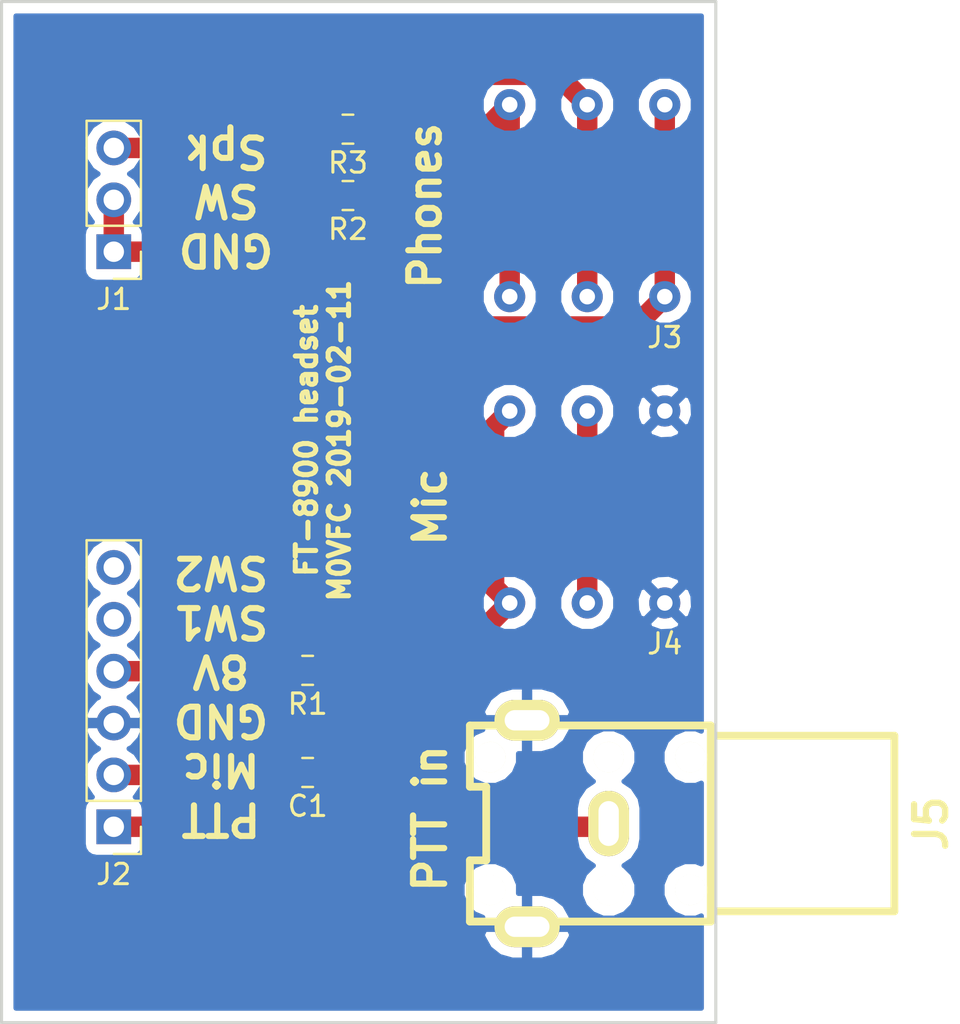
<source format=kicad_pcb>
(kicad_pcb (version 20171130) (host pcbnew "(5.0.1)-4")

  (general
    (thickness 1.6)
    (drawings 9)
    (tracks 35)
    (zones 0)
    (modules 9)
    (nets 11)
  )

  (page A4)
  (layers
    (0 F.Cu signal)
    (31 B.Cu signal)
    (32 B.Adhes user)
    (33 F.Adhes user)
    (34 B.Paste user)
    (35 F.Paste user)
    (36 B.SilkS user)
    (37 F.SilkS user)
    (38 B.Mask user)
    (39 F.Mask user)
    (40 Dwgs.User user)
    (41 Cmts.User user)
    (42 Eco1.User user)
    (43 Eco2.User user)
    (44 Edge.Cuts user)
    (45 Margin user)
    (46 B.CrtYd user)
    (47 F.CrtYd user)
    (48 B.Fab user)
    (49 F.Fab user)
  )

  (setup
    (last_trace_width 1)
    (user_trace_width 0.25)
    (user_trace_width 0.5)
    (user_trace_width 1)
    (user_trace_width 2)
    (trace_clearance 0.2)
    (zone_clearance 0.508)
    (zone_45_only no)
    (trace_min 0.2)
    (segment_width 0.2)
    (edge_width 0.15)
    (via_size 0.8)
    (via_drill 0.4)
    (via_min_size 0.4)
    (via_min_drill 0.3)
    (uvia_size 0.3)
    (uvia_drill 0.1)
    (uvias_allowed no)
    (uvia_min_size 0.2)
    (uvia_min_drill 0.1)
    (pcb_text_width 0.3)
    (pcb_text_size 1.5 1.5)
    (mod_edge_width 0.15)
    (mod_text_size 1 1)
    (mod_text_width 0.15)
    (pad_size 1.524 1.524)
    (pad_drill 0.762)
    (pad_to_mask_clearance 0.051)
    (solder_mask_min_width 0.25)
    (aux_axis_origin 0 0)
    (grid_origin 182.75 79)
    (visible_elements FFFFFF7F)
    (pcbplotparams
      (layerselection 0x010fc_ffffffff)
      (usegerberextensions false)
      (usegerberattributes false)
      (usegerberadvancedattributes false)
      (creategerberjobfile false)
      (excludeedgelayer true)
      (linewidth 0.100000)
      (plotframeref false)
      (viasonmask false)
      (mode 1)
      (useauxorigin false)
      (hpglpennumber 1)
      (hpglpenspeed 20)
      (hpglpendiameter 15.000000)
      (psnegative false)
      (psa4output false)
      (plotreference true)
      (plotvalue true)
      (plotinvisibletext false)
      (padsonsilk false)
      (subtractmaskfromsilk false)
      (outputformat 1)
      (mirror false)
      (drillshape 0)
      (scaleselection 1)
      (outputdirectory "plots/"))
  )

  (net 0 "")
  (net 1 "Net-(C1-Pad1)")
  (net 2 "Net-(C1-Pad2)")
  (net 3 "Net-(J1-Pad1)")
  (net 4 "Net-(J1-Pad3)")
  (net 5 "Net-(J2-Pad1)")
  (net 6 GND)
  (net 7 "Net-(J2-Pad4)")
  (net 8 "Net-(J3-PadT)")
  (net 9 "Net-(J3-PadR)")
  (net 10 "Net-(J4-PadR)")

  (net_class Default "This is the default net class."
    (clearance 0.2)
    (trace_width 0.25)
    (via_dia 0.8)
    (via_drill 0.4)
    (uvia_dia 0.3)
    (uvia_drill 0.1)
    (add_net GND)
    (add_net "Net-(C1-Pad1)")
    (add_net "Net-(C1-Pad2)")
    (add_net "Net-(J1-Pad1)")
    (add_net "Net-(J1-Pad3)")
    (add_net "Net-(J2-Pad1)")
    (add_net "Net-(J2-Pad4)")
    (add_net "Net-(J3-PadR)")
    (add_net "Net-(J3-PadT)")
    (add_net "Net-(J4-PadR)")
  )

  (module M0VFC:rca_red_PSG01545 (layer F.Cu) (tedit 5C61FF23) (tstamp 5C871A23)
    (at 177.5 119.5 90)
    (descr "RCA Audio connector, red, Pro Signal p/n PSG01545")
    (tags "rca, audio")
    (path /5C61F00F)
    (fp_text reference J5 (at 0 15.7988 90) (layer F.SilkS)
      (effects (font (size 1.524 1.524) (thickness 0.3048)))
    )
    (fp_text value "PTT in" (at 0.25 -8.75 90) (layer F.SilkS)
      (effects (font (size 1.524 1.524) (thickness 0.3048)))
    )
    (fp_line (start 4.8006 -6.79958) (end 4.8006 5.00126) (layer F.SilkS) (width 0.381))
    (fp_line (start -4.8006 4.99872) (end -4.8006 -6.80212) (layer F.SilkS) (width 0.381))
    (fp_line (start 4.8006 5.00126) (end -4.8006 5.00126) (layer F.SilkS) (width 0.381))
    (fp_line (start 1.80086 -6.79958) (end 4.8006 -6.79958) (layer F.SilkS) (width 0.381))
    (fp_line (start 1.80086 -5.99948) (end 1.80086 -6.79958) (layer F.SilkS) (width 0.381))
    (fp_line (start -1.80086 -5.99948) (end 1.80086 -5.99948) (layer F.SilkS) (width 0.381))
    (fp_line (start -1.80086 -6.79958) (end -1.80086 -5.99948) (layer F.SilkS) (width 0.381))
    (fp_line (start -4.8006 -6.79958) (end -1.80086 -6.79958) (layer F.SilkS) (width 0.381))
    (fp_line (start -5.40004 -3.0988) (end -5.40004 -4.89966) (layer F.SilkS) (width 0.381))
    (fp_line (start -4.8006 -3.0988) (end -5.40004 -3.0988) (layer F.SilkS) (width 0.381))
    (fp_line (start -5.40004 -4.89966) (end -4.8006 -4.89966) (layer F.SilkS) (width 0.381))
    (fp_line (start 5.40004 -3.0988) (end 4.8006 -3.0988) (layer F.SilkS) (width 0.381))
    (fp_line (start 5.40004 -4.89966) (end 5.40004 -3.0988) (layer F.SilkS) (width 0.381))
    (fp_line (start 4.8006 -4.89966) (end 5.40004 -4.89966) (layer F.SilkS) (width 0.381))
    (fp_line (start 4.30022 14.00048) (end 4.30022 5.00126) (layer F.SilkS) (width 0.381))
    (fp_line (start -4.30022 14.00048) (end 4.30022 14.00048) (layer F.SilkS) (width 0.381))
    (fp_line (start -4.30022 5.00126) (end -4.30022 14.00048) (layer F.SilkS) (width 0.381))
    (fp_circle (center 3.2512 0) (end 2.70002 -0.0508) (layer F.SilkS) (width 0.381))
    (fp_circle (center -3.2512 0) (end -3.79984 0) (layer F.SilkS) (width 0.381))
    (fp_circle (center -3.2512 4.0005) (end -3.79984 3.9497) (layer F.SilkS) (width 0.381))
    (fp_circle (center 3.2512 4.0005) (end 2.70002 4.04876) (layer F.SilkS) (width 0.381))
    (fp_circle (center 3.2512 -5.79882) (end 2.70002 -5.84962) (layer F.SilkS) (width 0.381))
    (fp_circle (center -3.2512 -5.79882) (end -3.79984 -5.79882) (layer F.SilkS) (width 0.381))
    (pad "" np_thru_hole circle (at -3.25 -5.8 90) (size 1.5 1.5) (drill 1.5) (layers *.Cu *.Mask))
    (pad "" np_thru_hole circle (at 3.25 -5.8 90) (size 1.5 1.5) (drill 1.5) (layers *.Cu *.Mask))
    (pad "" np_thru_hole circle (at 3.25 4 90) (size 1.5 1.5) (drill 1.5) (layers *.Cu *.Mask))
    (pad "" np_thru_hole circle (at 3.25 0 90) (size 1.5 1.5) (drill 1.5) (layers *.Cu *.Mask))
    (pad "" np_thru_hole circle (at -3.25 0 90) (size 1.5 1.5) (drill 1.5) (layers *.Cu *.Mask))
    (pad "" np_thru_hole circle (at -3.25 4 90) (size 1.5 1.5) (drill 1.5) (layers *.Cu *.Mask))
    (pad 2 thru_hole oval (at -5.0546 -3.99796 90) (size 1.99898 3.19786) (drill oval 0.99568 2.1971) (layers *.Cu *.Mask F.SilkS)
      (net 6 GND))
    (pad 1 thru_hole oval (at 0 0 90) (size 3.19786 1.99898) (drill oval 2.1971 0.99568) (layers *.Cu *.Mask F.SilkS)
      (net 5 "Net-(J2-Pad1)"))
    (pad 2 thru_hole oval (at 5.0546 -3.99796 90) (size 1.99898 3.19786) (drill oval 0.99568 2.1971) (layers *.Cu *.Mask F.SilkS)
      (net 6 GND))
    (model walter/conn_av/rca_red.wrl
      (at (xyz 0 0 0))
      (scale (xyz 1 1 1))
      (rotate (xyz 0 0 0))
    )
  )

  (module Capacitor_SMD:C_0805_2012Metric_Pad1.15x1.40mm_HandSolder (layer F.Cu) (tedit 5B36C52B) (tstamp 5C871F3B)
    (at 162.75 117 180)
    (descr "Capacitor SMD 0805 (2012 Metric), square (rectangular) end terminal, IPC_7351 nominal with elongated pad for handsoldering. (Body size source: https://docs.google.com/spreadsheets/d/1BsfQQcO9C6DZCsRaXUlFlo91Tg2WpOkGARC1WS5S8t0/edit?usp=sharing), generated with kicad-footprint-generator")
    (tags "capacitor handsolder")
    (path /5C6201E0)
    (attr smd)
    (fp_text reference C1 (at 0 -1.65 180) (layer F.SilkS)
      (effects (font (size 1 1) (thickness 0.15)))
    )
    (fp_text value 220nF (at 0 1.65 180) (layer F.Fab)
      (effects (font (size 1 1) (thickness 0.15)))
    )
    (fp_line (start -1 0.6) (end -1 -0.6) (layer F.Fab) (width 0.1))
    (fp_line (start -1 -0.6) (end 1 -0.6) (layer F.Fab) (width 0.1))
    (fp_line (start 1 -0.6) (end 1 0.6) (layer F.Fab) (width 0.1))
    (fp_line (start 1 0.6) (end -1 0.6) (layer F.Fab) (width 0.1))
    (fp_line (start -0.261252 -0.71) (end 0.261252 -0.71) (layer F.SilkS) (width 0.12))
    (fp_line (start -0.261252 0.71) (end 0.261252 0.71) (layer F.SilkS) (width 0.12))
    (fp_line (start -1.85 0.95) (end -1.85 -0.95) (layer F.CrtYd) (width 0.05))
    (fp_line (start -1.85 -0.95) (end 1.85 -0.95) (layer F.CrtYd) (width 0.05))
    (fp_line (start 1.85 -0.95) (end 1.85 0.95) (layer F.CrtYd) (width 0.05))
    (fp_line (start 1.85 0.95) (end -1.85 0.95) (layer F.CrtYd) (width 0.05))
    (fp_text user %R (at 0 0 180) (layer F.Fab)
      (effects (font (size 0.5 0.5) (thickness 0.08)))
    )
    (pad 1 smd roundrect (at -1.025 0 180) (size 1.15 1.4) (layers F.Cu F.Paste F.Mask) (roundrect_rratio 0.217391)
      (net 1 "Net-(C1-Pad1)"))
    (pad 2 smd roundrect (at 1.025 0 180) (size 1.15 1.4) (layers F.Cu F.Paste F.Mask) (roundrect_rratio 0.217391)
      (net 2 "Net-(C1-Pad2)"))
    (model ${KISYS3DMOD}/Capacitor_SMD.3dshapes/C_0805_2012Metric.wrl
      (at (xyz 0 0 0))
      (scale (xyz 1 1 1))
      (rotate (xyz 0 0 0))
    )
  )

  (module Connector_PinHeader_2.54mm:PinHeader_1x03_P2.54mm_Vertical (layer F.Cu) (tedit 59FED5CC) (tstamp 5C8719C9)
    (at 153.25 91.5 180)
    (descr "Through hole straight pin header, 1x03, 2.54mm pitch, single row")
    (tags "Through hole pin header THT 1x03 2.54mm single row")
    (path /5C61F1B5)
    (fp_text reference J1 (at 0 -2.33 180) (layer F.SilkS)
      (effects (font (size 1 1) (thickness 0.15)))
    )
    (fp_text value "Rig speaker" (at 0 7.41 180) (layer F.Fab)
      (effects (font (size 1 1) (thickness 0.15)))
    )
    (fp_line (start -0.635 -1.27) (end 1.27 -1.27) (layer F.Fab) (width 0.1))
    (fp_line (start 1.27 -1.27) (end 1.27 6.35) (layer F.Fab) (width 0.1))
    (fp_line (start 1.27 6.35) (end -1.27 6.35) (layer F.Fab) (width 0.1))
    (fp_line (start -1.27 6.35) (end -1.27 -0.635) (layer F.Fab) (width 0.1))
    (fp_line (start -1.27 -0.635) (end -0.635 -1.27) (layer F.Fab) (width 0.1))
    (fp_line (start -1.33 6.41) (end 1.33 6.41) (layer F.SilkS) (width 0.12))
    (fp_line (start -1.33 1.27) (end -1.33 6.41) (layer F.SilkS) (width 0.12))
    (fp_line (start 1.33 1.27) (end 1.33 6.41) (layer F.SilkS) (width 0.12))
    (fp_line (start -1.33 1.27) (end 1.33 1.27) (layer F.SilkS) (width 0.12))
    (fp_line (start -1.33 0) (end -1.33 -1.33) (layer F.SilkS) (width 0.12))
    (fp_line (start -1.33 -1.33) (end 0 -1.33) (layer F.SilkS) (width 0.12))
    (fp_line (start -1.8 -1.8) (end -1.8 6.85) (layer F.CrtYd) (width 0.05))
    (fp_line (start -1.8 6.85) (end 1.8 6.85) (layer F.CrtYd) (width 0.05))
    (fp_line (start 1.8 6.85) (end 1.8 -1.8) (layer F.CrtYd) (width 0.05))
    (fp_line (start 1.8 -1.8) (end -1.8 -1.8) (layer F.CrtYd) (width 0.05))
    (fp_text user %R (at 0 2.54 270) (layer F.Fab)
      (effects (font (size 1 1) (thickness 0.15)))
    )
    (pad 1 thru_hole rect (at 0 0 180) (size 1.7 1.7) (drill 1) (layers *.Cu *.Mask)
      (net 3 "Net-(J1-Pad1)"))
    (pad 2 thru_hole oval (at 0 2.54 180) (size 1.7 1.7) (drill 1) (layers *.Cu *.Mask)
      (net 3 "Net-(J1-Pad1)"))
    (pad 3 thru_hole oval (at 0 5.08 180) (size 1.7 1.7) (drill 1) (layers *.Cu *.Mask)
      (net 4 "Net-(J1-Pad3)"))
    (model ${KISYS3DMOD}/Connector_PinHeader_2.54mm.3dshapes/PinHeader_1x03_P2.54mm_Vertical.wrl
      (at (xyz 0 0 0))
      (scale (xyz 1 1 1))
      (rotate (xyz 0 0 0))
    )
  )

  (module Connector_PinHeader_2.54mm:PinHeader_1x06_P2.54mm_Vertical (layer F.Cu) (tedit 59FED5CC) (tstamp 5C8719E3)
    (at 153.25 119.66 180)
    (descr "Through hole straight pin header, 1x06, 2.54mm pitch, single row")
    (tags "Through hole pin header THT 1x06 2.54mm single row")
    (path /5C61ED69)
    (fp_text reference J2 (at 0 -2.33 180) (layer F.SilkS)
      (effects (font (size 1 1) (thickness 0.15)))
    )
    (fp_text value "Rig mic" (at 0 15.03 180) (layer F.Fab)
      (effects (font (size 1 1) (thickness 0.15)))
    )
    (fp_line (start -0.635 -1.27) (end 1.27 -1.27) (layer F.Fab) (width 0.1))
    (fp_line (start 1.27 -1.27) (end 1.27 13.97) (layer F.Fab) (width 0.1))
    (fp_line (start 1.27 13.97) (end -1.27 13.97) (layer F.Fab) (width 0.1))
    (fp_line (start -1.27 13.97) (end -1.27 -0.635) (layer F.Fab) (width 0.1))
    (fp_line (start -1.27 -0.635) (end -0.635 -1.27) (layer F.Fab) (width 0.1))
    (fp_line (start -1.33 14.03) (end 1.33 14.03) (layer F.SilkS) (width 0.12))
    (fp_line (start -1.33 1.27) (end -1.33 14.03) (layer F.SilkS) (width 0.12))
    (fp_line (start 1.33 1.27) (end 1.33 14.03) (layer F.SilkS) (width 0.12))
    (fp_line (start -1.33 1.27) (end 1.33 1.27) (layer F.SilkS) (width 0.12))
    (fp_line (start -1.33 0) (end -1.33 -1.33) (layer F.SilkS) (width 0.12))
    (fp_line (start -1.33 -1.33) (end 0 -1.33) (layer F.SilkS) (width 0.12))
    (fp_line (start -1.8 -1.8) (end -1.8 14.5) (layer F.CrtYd) (width 0.05))
    (fp_line (start -1.8 14.5) (end 1.8 14.5) (layer F.CrtYd) (width 0.05))
    (fp_line (start 1.8 14.5) (end 1.8 -1.8) (layer F.CrtYd) (width 0.05))
    (fp_line (start 1.8 -1.8) (end -1.8 -1.8) (layer F.CrtYd) (width 0.05))
    (fp_text user %R (at 0 6.35 270) (layer F.Fab)
      (effects (font (size 1 1) (thickness 0.15)))
    )
    (pad 1 thru_hole rect (at 0 0 180) (size 1.7 1.7) (drill 1) (layers *.Cu *.Mask)
      (net 5 "Net-(J2-Pad1)"))
    (pad 2 thru_hole oval (at 0 2.54 180) (size 1.7 1.7) (drill 1) (layers *.Cu *.Mask)
      (net 2 "Net-(C1-Pad2)"))
    (pad 3 thru_hole oval (at 0 5.08 180) (size 1.7 1.7) (drill 1) (layers *.Cu *.Mask)
      (net 6 GND))
    (pad 4 thru_hole oval (at 0 7.62 180) (size 1.7 1.7) (drill 1) (layers *.Cu *.Mask)
      (net 7 "Net-(J2-Pad4)"))
    (pad 5 thru_hole oval (at 0 10.16 180) (size 1.7 1.7) (drill 1) (layers *.Cu *.Mask))
    (pad 6 thru_hole oval (at 0 12.7 180) (size 1.7 1.7) (drill 1) (layers *.Cu *.Mask))
    (model ${KISYS3DMOD}/Connector_PinHeader_2.54mm.3dshapes/PinHeader_1x06_P2.54mm_Vertical.wrl
      (at (xyz 0 0 0))
      (scale (xyz 1 1 1))
      (rotate (xyz 0 0 0))
    )
  )

  (module M0VFC:Cliff_FCR1295_S9_BBB_3.5mm_Jack_Stereo (layer F.Cu) (tedit 5C019648) (tstamp 5C8719F4)
    (at 180.25 89 180)
    (path /5C61F0A5)
    (fp_text reference J3 (at 0 -6.7 180) (layer F.SilkS)
      (effects (font (size 1 1) (thickness 0.15)))
    )
    (fp_text value "Headphone out" (at 0 -7.7 180) (layer F.Fab)
      (effects (font (size 1 1) (thickness 0.15)))
    )
    (fp_line (start -3.9 -3.5) (end -2.4 -3.5) (layer F.CrtYd) (width 0.15))
    (fp_line (start -3.9 3.5) (end -3.9 -3.5) (layer F.CrtYd) (width 0.15))
    (fp_line (start -2.4 3.5) (end -3.9 3.5) (layer F.CrtYd) (width 0.15))
    (fp_line (start 10 5.4) (end -2.4 5.4) (layer F.CrtYd) (width 0.15))
    (fp_line (start 10 -5.4) (end 10 5.4) (layer F.CrtYd) (width 0.15))
    (fp_line (start -2.4 -5.4) (end 10 -5.4) (layer F.CrtYd) (width 0.15))
    (fp_line (start -2.4 5.4) (end -2.4 -5.4) (layer F.CrtYd) (width 0.15))
    (pad T thru_hole circle (at 7.6 4.7 180) (size 1.524 1.524) (drill 0.762) (layers *.Cu *.Mask)
      (net 8 "Net-(J3-PadT)"))
    (pad R thru_hole circle (at 3.8 4.7 180) (size 1.524 1.524) (drill 0.762) (layers *.Cu *.Mask)
      (net 9 "Net-(J3-PadR)"))
    (pad S thru_hole circle (at 0 4.7 180) (size 1.524 1.524) (drill 0.762) (layers *.Cu *.Mask)
      (net 3 "Net-(J1-Pad1)"))
    (pad TN thru_hole circle (at 7.6 -4.7 180) (size 1.524 1.524) (drill 0.762) (layers *.Cu *.Mask)
      (net 8 "Net-(J3-PadT)"))
    (pad RN thru_hole circle (at 3.8 -4.7 180) (size 1.524 1.524) (drill 0.762) (layers *.Cu *.Mask)
      (net 9 "Net-(J3-PadR)"))
    (pad SN thru_hole circle (at 0 -4.7 180) (size 1.524 1.524) (drill 0.762) (layers *.Cu *.Mask)
      (net 3 "Net-(J1-Pad1)"))
  )

  (module M0VFC:Cliff_FCR1295_S9_BBB_3.5mm_Jack_Stereo (layer F.Cu) (tedit 5C019648) (tstamp 5C871A05)
    (at 180.25 104 180)
    (path /5C61EEEA)
    (fp_text reference J4 (at 0 -6.7 180) (layer F.SilkS)
      (effects (font (size 1 1) (thickness 0.15)))
    )
    (fp_text value "Mic in" (at 0 -7.7 180) (layer F.Fab)
      (effects (font (size 1 1) (thickness 0.15)))
    )
    (fp_line (start -2.4 5.4) (end -2.4 -5.4) (layer F.CrtYd) (width 0.15))
    (fp_line (start -2.4 -5.4) (end 10 -5.4) (layer F.CrtYd) (width 0.15))
    (fp_line (start 10 -5.4) (end 10 5.4) (layer F.CrtYd) (width 0.15))
    (fp_line (start 10 5.4) (end -2.4 5.4) (layer F.CrtYd) (width 0.15))
    (fp_line (start -2.4 3.5) (end -3.9 3.5) (layer F.CrtYd) (width 0.15))
    (fp_line (start -3.9 3.5) (end -3.9 -3.5) (layer F.CrtYd) (width 0.15))
    (fp_line (start -3.9 -3.5) (end -2.4 -3.5) (layer F.CrtYd) (width 0.15))
    (pad SN thru_hole circle (at 0 -4.7 180) (size 1.524 1.524) (drill 0.762) (layers *.Cu *.Mask)
      (net 6 GND))
    (pad RN thru_hole circle (at 3.8 -4.7 180) (size 1.524 1.524) (drill 0.762) (layers *.Cu *.Mask)
      (net 10 "Net-(J4-PadR)"))
    (pad TN thru_hole circle (at 7.6 -4.7 180) (size 1.524 1.524) (drill 0.762) (layers *.Cu *.Mask)
      (net 1 "Net-(C1-Pad1)"))
    (pad S thru_hole circle (at 0 4.7 180) (size 1.524 1.524) (drill 0.762) (layers *.Cu *.Mask)
      (net 6 GND))
    (pad R thru_hole circle (at 3.8 4.7 180) (size 1.524 1.524) (drill 0.762) (layers *.Cu *.Mask)
      (net 10 "Net-(J4-PadR)"))
    (pad T thru_hole circle (at 7.6 4.7 180) (size 1.524 1.524) (drill 0.762) (layers *.Cu *.Mask)
      (net 1 "Net-(C1-Pad1)"))
  )

  (module Resistor_SMD:R_0805_2012Metric_Pad1.15x1.40mm_HandSolder (layer F.Cu) (tedit 5B36C52B) (tstamp 5C871EC9)
    (at 162.75 112 180)
    (descr "Resistor SMD 0805 (2012 Metric), square (rectangular) end terminal, IPC_7351 nominal with elongated pad for handsoldering. (Body size source: https://docs.google.com/spreadsheets/d/1BsfQQcO9C6DZCsRaXUlFlo91Tg2WpOkGARC1WS5S8t0/edit?usp=sharing), generated with kicad-footprint-generator")
    (tags "resistor handsolder")
    (path /5C620106)
    (attr smd)
    (fp_text reference R1 (at 0 -1.65 180) (layer F.SilkS)
      (effects (font (size 1 1) (thickness 0.15)))
    )
    (fp_text value 8k2 (at 0 1.65 180) (layer F.Fab)
      (effects (font (size 1 1) (thickness 0.15)))
    )
    (fp_line (start -1 0.6) (end -1 -0.6) (layer F.Fab) (width 0.1))
    (fp_line (start -1 -0.6) (end 1 -0.6) (layer F.Fab) (width 0.1))
    (fp_line (start 1 -0.6) (end 1 0.6) (layer F.Fab) (width 0.1))
    (fp_line (start 1 0.6) (end -1 0.6) (layer F.Fab) (width 0.1))
    (fp_line (start -0.261252 -0.71) (end 0.261252 -0.71) (layer F.SilkS) (width 0.12))
    (fp_line (start -0.261252 0.71) (end 0.261252 0.71) (layer F.SilkS) (width 0.12))
    (fp_line (start -1.85 0.95) (end -1.85 -0.95) (layer F.CrtYd) (width 0.05))
    (fp_line (start -1.85 -0.95) (end 1.85 -0.95) (layer F.CrtYd) (width 0.05))
    (fp_line (start 1.85 -0.95) (end 1.85 0.95) (layer F.CrtYd) (width 0.05))
    (fp_line (start 1.85 0.95) (end -1.85 0.95) (layer F.CrtYd) (width 0.05))
    (fp_text user %R (at 0 0 180) (layer F.Fab)
      (effects (font (size 0.5 0.5) (thickness 0.08)))
    )
    (pad 1 smd roundrect (at -1.025 0 180) (size 1.15 1.4) (layers F.Cu F.Paste F.Mask) (roundrect_rratio 0.217391)
      (net 1 "Net-(C1-Pad1)"))
    (pad 2 smd roundrect (at 1.025 0 180) (size 1.15 1.4) (layers F.Cu F.Paste F.Mask) (roundrect_rratio 0.217391)
      (net 7 "Net-(J2-Pad4)"))
    (model ${KISYS3DMOD}/Resistor_SMD.3dshapes/R_0805_2012Metric.wrl
      (at (xyz 0 0 0))
      (scale (xyz 1 1 1))
      (rotate (xyz 0 0 0))
    )
  )

  (module Resistor_SMD:R_0805_2012Metric_Pad1.15x1.40mm_HandSolder (layer F.Cu) (tedit 5B36C52B) (tstamp 5C872055)
    (at 164.725 88.75 180)
    (descr "Resistor SMD 0805 (2012 Metric), square (rectangular) end terminal, IPC_7351 nominal with elongated pad for handsoldering. (Body size source: https://docs.google.com/spreadsheets/d/1BsfQQcO9C6DZCsRaXUlFlo91Tg2WpOkGARC1WS5S8t0/edit?usp=sharing), generated with kicad-footprint-generator")
    (tags "resistor handsolder")
    (path /5C61F4EC)
    (attr smd)
    (fp_text reference R2 (at 0 -1.65 180) (layer F.SilkS)
      (effects (font (size 1 1) (thickness 0.15)))
    )
    (fp_text value 330 (at 0 1.65 180) (layer F.Fab)
      (effects (font (size 1 1) (thickness 0.15)))
    )
    (fp_line (start -1 0.6) (end -1 -0.6) (layer F.Fab) (width 0.1))
    (fp_line (start -1 -0.6) (end 1 -0.6) (layer F.Fab) (width 0.1))
    (fp_line (start 1 -0.6) (end 1 0.6) (layer F.Fab) (width 0.1))
    (fp_line (start 1 0.6) (end -1 0.6) (layer F.Fab) (width 0.1))
    (fp_line (start -0.261252 -0.71) (end 0.261252 -0.71) (layer F.SilkS) (width 0.12))
    (fp_line (start -0.261252 0.71) (end 0.261252 0.71) (layer F.SilkS) (width 0.12))
    (fp_line (start -1.85 0.95) (end -1.85 -0.95) (layer F.CrtYd) (width 0.05))
    (fp_line (start -1.85 -0.95) (end 1.85 -0.95) (layer F.CrtYd) (width 0.05))
    (fp_line (start 1.85 -0.95) (end 1.85 0.95) (layer F.CrtYd) (width 0.05))
    (fp_line (start 1.85 0.95) (end -1.85 0.95) (layer F.CrtYd) (width 0.05))
    (fp_text user %R (at 0 0 180) (layer F.Fab)
      (effects (font (size 0.5 0.5) (thickness 0.08)))
    )
    (pad 1 smd roundrect (at -1.025 0 180) (size 1.15 1.4) (layers F.Cu F.Paste F.Mask) (roundrect_rratio 0.217391)
      (net 8 "Net-(J3-PadT)"))
    (pad 2 smd roundrect (at 1.025 0 180) (size 1.15 1.4) (layers F.Cu F.Paste F.Mask) (roundrect_rratio 0.217391)
      (net 4 "Net-(J1-Pad3)"))
    (model ${KISYS3DMOD}/Resistor_SMD.3dshapes/R_0805_2012Metric.wrl
      (at (xyz 0 0 0))
      (scale (xyz 1 1 1))
      (rotate (xyz 0 0 0))
    )
  )

  (module Resistor_SMD:R_0805_2012Metric_Pad1.15x1.40mm_HandSolder (layer F.Cu) (tedit 5B36C52B) (tstamp 5C872118)
    (at 164.725 85.5 180)
    (descr "Resistor SMD 0805 (2012 Metric), square (rectangular) end terminal, IPC_7351 nominal with elongated pad for handsoldering. (Body size source: https://docs.google.com/spreadsheets/d/1BsfQQcO9C6DZCsRaXUlFlo91Tg2WpOkGARC1WS5S8t0/edit?usp=sharing), generated with kicad-footprint-generator")
    (tags "resistor handsolder")
    (path /5C61F59D)
    (attr smd)
    (fp_text reference R3 (at 0 -1.65 180) (layer F.SilkS)
      (effects (font (size 1 1) (thickness 0.15)))
    )
    (fp_text value 330R (at 0 1.65 180) (layer F.Fab)
      (effects (font (size 1 1) (thickness 0.15)))
    )
    (fp_text user %R (at 0 0 180) (layer F.Fab)
      (effects (font (size 0.5 0.5) (thickness 0.08)))
    )
    (fp_line (start 1.85 0.95) (end -1.85 0.95) (layer F.CrtYd) (width 0.05))
    (fp_line (start 1.85 -0.95) (end 1.85 0.95) (layer F.CrtYd) (width 0.05))
    (fp_line (start -1.85 -0.95) (end 1.85 -0.95) (layer F.CrtYd) (width 0.05))
    (fp_line (start -1.85 0.95) (end -1.85 -0.95) (layer F.CrtYd) (width 0.05))
    (fp_line (start -0.261252 0.71) (end 0.261252 0.71) (layer F.SilkS) (width 0.12))
    (fp_line (start -0.261252 -0.71) (end 0.261252 -0.71) (layer F.SilkS) (width 0.12))
    (fp_line (start 1 0.6) (end -1 0.6) (layer F.Fab) (width 0.1))
    (fp_line (start 1 -0.6) (end 1 0.6) (layer F.Fab) (width 0.1))
    (fp_line (start -1 -0.6) (end 1 -0.6) (layer F.Fab) (width 0.1))
    (fp_line (start -1 0.6) (end -1 -0.6) (layer F.Fab) (width 0.1))
    (pad 2 smd roundrect (at 1.025 0 180) (size 1.15 1.4) (layers F.Cu F.Paste F.Mask) (roundrect_rratio 0.217391)
      (net 4 "Net-(J1-Pad3)"))
    (pad 1 smd roundrect (at -1.025 0 180) (size 1.15 1.4) (layers F.Cu F.Paste F.Mask) (roundrect_rratio 0.217391)
      (net 9 "Net-(J3-PadR)"))
    (model ${KISYS3DMOD}/Resistor_SMD.3dshapes/R_0805_2012Metric.wrl
      (at (xyz 0 0 0))
      (scale (xyz 1 1 1))
      (rotate (xyz 0 0 0))
    )
  )

  (gr_text "GND\nSW\nSpk" (at 158.75 89 180) (layer F.SilkS) (tstamp 5C872383)
    (effects (font (size 1.5 1.5) (thickness 0.3)))
  )
  (gr_text "PTT\nMic\nGND\n8V\nSW1\nSW2" (at 158.5 113.25 180) (layer F.SilkS)
    (effects (font (size 1.5 1.5) (thickness 0.3)))
  )
  (gr_text Phones (at 168.5 89.25 90) (layer F.SilkS)
    (effects (font (size 1.5 1.5) (thickness 0.3)))
  )
  (gr_text Mic (at 168.75 104 90) (layer F.SilkS)
    (effects (font (size 1.5 1.5) (thickness 0.3)))
  )
  (gr_text "FT-8900 headset\nM0VFC 2019-02-11" (at 163.5 100.75 90) (layer F.SilkS)
    (effects (font (size 1 1) (thickness 0.25)))
  )
  (gr_line (start 147.75 79.25) (end 182.75 79.25) (layer Edge.Cuts) (width 0.15))
  (gr_line (start 147.75 129.25) (end 147.75 79.25) (layer Edge.Cuts) (width 0.15))
  (gr_line (start 182.75 129.25) (end 147.75 129.25) (layer Edge.Cuts) (width 0.15))
  (gr_line (start 182.75 79.25) (end 182.75 129.25) (layer Edge.Cuts) (width 0.15))

  (segment (start 171.888001 107.938001) (end 172.65 108.7) (width 1) (layer F.Cu) (net 1))
  (segment (start 171.888001 100.061999) (end 171.888001 107.938001) (width 1) (layer F.Cu) (net 1))
  (segment (start 172.65 99.3) (end 171.888001 100.061999) (width 1) (layer F.Cu) (net 1))
  (segment (start 163.775 117) (end 163.775 112) (width 1) (layer F.Cu) (net 1))
  (segment (start 169.35 112) (end 172.65 108.7) (width 1) (layer F.Cu) (net 1))
  (segment (start 163.775 112) (end 169.35 112) (width 1) (layer F.Cu) (net 1))
  (segment (start 161.645 117.08) (end 161.725 117) (width 1) (layer F.Cu) (net 2))
  (segment (start 161.605 117.12) (end 161.725 117) (width 1) (layer F.Cu) (net 2))
  (segment (start 153.25 117.12) (end 161.605 117.12) (width 1) (layer F.Cu) (net 2))
  (segment (start 180.25 84.3) (end 180.25 93.7) (width 1) (layer F.Cu) (net 3))
  (segment (start 153.25 91.5) (end 153.25 88.96) (width 1) (layer F.Cu) (net 3))
  (segment (start 178.787999 95.162001) (end 180.25 93.7) (width 1) (layer F.Cu) (net 3))
  (segment (start 160.762001 95.162001) (end 178.787999 95.162001) (width 1) (layer F.Cu) (net 3))
  (segment (start 153.25 91.5) (end 157.1 91.5) (width 1) (layer F.Cu) (net 3))
  (segment (start 157.1 91.5) (end 160.762001 95.162001) (width 1) (layer F.Cu) (net 3))
  (segment (start 162.58 86.42) (end 163.5 85.5) (width 1) (layer F.Cu) (net 4))
  (segment (start 155.25 86.42) (end 162.58 86.42) (width 1) (layer F.Cu) (net 4))
  (segment (start 161.17 86.42) (end 163.5 88.75) (width 1) (layer F.Cu) (net 4))
  (segment (start 155.25 86.42) (end 161.17 86.42) (width 1) (layer F.Cu) (net 4))
  (segment (start 154.452081 86.42) (end 155.25 86.42) (width 1) (layer F.Cu) (net 4))
  (segment (start 153.25 86.42) (end 154.452081 86.42) (width 1) (layer F.Cu) (net 4))
  (segment (start 177.38 119.62) (end 177.5 119.5) (width 1) (layer F.Cu) (net 5))
  (segment (start 177.34 119.66) (end 177.5 119.5) (width 1) (layer F.Cu) (net 5))
  (segment (start 153.25 119.66) (end 177.34 119.66) (width 1) (layer F.Cu) (net 5))
  (segment (start 161.685 112.04) (end 161.725 112) (width 1) (layer F.Cu) (net 7))
  (segment (start 153.25 112.04) (end 161.685 112.04) (width 1) (layer F.Cu) (net 7))
  (segment (start 168.2 88.75) (end 172.65 84.3) (width 1) (layer F.Cu) (net 8))
  (segment (start 165.75 88.75) (end 168.2 88.75) (width 1) (layer F.Cu) (net 8))
  (segment (start 172.65 84.3) (end 172.65 93.7) (width 1) (layer F.Cu) (net 8))
  (segment (start 175.688001 83.538001) (end 176.45 84.3) (width 1) (layer F.Cu) (net 9))
  (segment (start 174.987999 82.837999) (end 175.688001 83.538001) (width 1) (layer F.Cu) (net 9))
  (segment (start 168.412001 82.837999) (end 174.987999 82.837999) (width 1) (layer F.Cu) (net 9))
  (segment (start 165.75 85.5) (end 168.412001 82.837999) (width 1) (layer F.Cu) (net 9))
  (segment (start 176.45 84.3) (end 176.45 93.7) (width 1) (layer F.Cu) (net 9))
  (segment (start 176.45 99.3) (end 176.45 108.7) (width 1) (layer F.Cu) (net 10))

  (zone (net 6) (net_name GND) (layer B.Cu) (tstamp 0) (hatch edge 0.508)
    (connect_pads (clearance 0.508))
    (min_thickness 0.254)
    (fill yes (arc_segments 16) (thermal_gap 0.508) (thermal_bridge_width 0.508))
    (polygon
      (pts
        (xy 147.75 129.25) (xy 182.75 129.25) (xy 182.75 79.25) (xy 147.75 79.25)
      )
    )
    (filled_polygon
      (pts
        (xy 182.040001 114.974562) (xy 181.775494 114.865) (xy 181.224506 114.865) (xy 180.71546 115.075853) (xy 180.325853 115.46546)
        (xy 180.115 115.974506) (xy 180.115 116.525494) (xy 180.325853 117.03454) (xy 180.71546 117.424147) (xy 181.224506 117.635)
        (xy 181.775494 117.635) (xy 182.040001 117.525438) (xy 182.040001 121.474562) (xy 181.775494 121.365) (xy 181.224506 121.365)
        (xy 180.71546 121.575853) (xy 180.325853 121.96546) (xy 180.115 122.474506) (xy 180.115 123.025494) (xy 180.325853 123.53454)
        (xy 180.71546 123.924147) (xy 181.224506 124.135) (xy 181.775494 124.135) (xy 182.040001 124.025438) (xy 182.040001 128.54)
        (xy 148.46 128.54) (xy 148.46 124.934954) (xy 171.312981 124.934954) (xy 171.343927 125.062759) (xy 171.657038 125.620556)
        (xy 172.159775 126.016071) (xy 172.7756 126.18909) (xy 173.37504 126.18909) (xy 173.37504 124.6816) (xy 173.62904 124.6816)
        (xy 173.62904 126.18909) (xy 174.22848 126.18909) (xy 174.844305 126.016071) (xy 175.347042 125.620556) (xy 175.660153 125.062759)
        (xy 175.691099 124.934954) (xy 175.571745 124.6816) (xy 173.62904 124.6816) (xy 173.37504 124.6816) (xy 171.432335 124.6816)
        (xy 171.312981 124.934954) (xy 148.46 124.934954) (xy 148.46 122.474506) (xy 170.315 122.474506) (xy 170.315 123.025494)
        (xy 170.525853 123.53454) (xy 170.91546 123.924147) (xy 171.331783 124.096593) (xy 171.312981 124.174246) (xy 171.432335 124.4276)
        (xy 173.37504 124.4276) (xy 173.37504 122.92011) (xy 173.62904 122.92011) (xy 173.62904 124.4276) (xy 175.571745 124.4276)
        (xy 175.691099 124.174246) (xy 175.660153 124.046441) (xy 175.347042 123.488644) (xy 174.844305 123.093129) (xy 174.22848 122.92011)
        (xy 173.62904 122.92011) (xy 173.37504 122.92011) (xy 173.085 122.92011) (xy 173.085 122.474506) (xy 172.874147 121.96546)
        (xy 172.48454 121.575853) (xy 171.975494 121.365) (xy 171.424506 121.365) (xy 170.91546 121.575853) (xy 170.525853 121.96546)
        (xy 170.315 122.474506) (xy 148.46 122.474506) (xy 148.46 117.12) (xy 151.735908 117.12) (xy 151.851161 117.699418)
        (xy 152.179375 118.190625) (xy 152.197619 118.202816) (xy 152.152235 118.211843) (xy 151.942191 118.352191) (xy 151.801843 118.562235)
        (xy 151.75256 118.81) (xy 151.75256 120.51) (xy 151.801843 120.757765) (xy 151.942191 120.967809) (xy 152.152235 121.108157)
        (xy 152.4 121.15744) (xy 154.1 121.15744) (xy 154.347765 121.108157) (xy 154.557809 120.967809) (xy 154.698157 120.757765)
        (xy 154.74744 120.51) (xy 154.74744 118.81) (xy 154.733433 118.739581) (xy 175.86551 118.739581) (xy 175.86551 120.26042)
        (xy 175.960345 120.737186) (xy 176.3216 121.277841) (xy 176.747651 121.562519) (xy 176.71546 121.575853) (xy 176.325853 121.96546)
        (xy 176.115 122.474506) (xy 176.115 123.025494) (xy 176.325853 123.53454) (xy 176.71546 123.924147) (xy 177.224506 124.135)
        (xy 177.775494 124.135) (xy 178.28454 123.924147) (xy 178.674147 123.53454) (xy 178.885 123.025494) (xy 178.885 122.474506)
        (xy 178.674147 121.96546) (xy 178.28454 121.575853) (xy 178.25235 121.562519) (xy 178.678401 121.277841) (xy 179.039655 120.737186)
        (xy 179.13449 120.26042) (xy 179.13449 118.73958) (xy 179.039655 118.262814) (xy 178.678401 117.722159) (xy 178.252349 117.437481)
        (xy 178.28454 117.424147) (xy 178.674147 117.03454) (xy 178.885 116.525494) (xy 178.885 115.974506) (xy 178.674147 115.46546)
        (xy 178.28454 115.075853) (xy 177.775494 114.865) (xy 177.224506 114.865) (xy 176.71546 115.075853) (xy 176.325853 115.46546)
        (xy 176.115 115.974506) (xy 176.115 116.525494) (xy 176.325853 117.03454) (xy 176.71546 117.424147) (xy 176.74765 117.437481)
        (xy 176.321599 117.722159) (xy 175.960345 118.262815) (xy 175.86551 118.739581) (xy 154.733433 118.739581) (xy 154.698157 118.562235)
        (xy 154.557809 118.352191) (xy 154.347765 118.211843) (xy 154.302381 118.202816) (xy 154.320625 118.190625) (xy 154.648839 117.699418)
        (xy 154.764092 117.12) (xy 154.648839 116.540582) (xy 154.320625 116.049375) (xy 154.208576 115.974506) (xy 170.315 115.974506)
        (xy 170.315 116.525494) (xy 170.525853 117.03454) (xy 170.91546 117.424147) (xy 171.424506 117.635) (xy 171.975494 117.635)
        (xy 172.48454 117.424147) (xy 172.874147 117.03454) (xy 173.085 116.525494) (xy 173.085 116.07989) (xy 173.37504 116.07989)
        (xy 173.37504 114.5724) (xy 173.62904 114.5724) (xy 173.62904 116.07989) (xy 174.22848 116.07989) (xy 174.844305 115.906871)
        (xy 175.347042 115.511356) (xy 175.660153 114.953559) (xy 175.691099 114.825754) (xy 175.571745 114.5724) (xy 173.62904 114.5724)
        (xy 173.37504 114.5724) (xy 171.432335 114.5724) (xy 171.312981 114.825754) (xy 171.331783 114.903407) (xy 170.91546 115.075853)
        (xy 170.525853 115.46546) (xy 170.315 115.974506) (xy 154.208576 115.974506) (xy 154.001522 115.836157) (xy 154.131358 115.775183)
        (xy 154.521645 115.346924) (xy 154.691476 114.93689) (xy 154.570155 114.707) (xy 153.377 114.707) (xy 153.377 114.727)
        (xy 153.123 114.727) (xy 153.123 114.707) (xy 151.929845 114.707) (xy 151.808524 114.93689) (xy 151.978355 115.346924)
        (xy 152.368642 115.775183) (xy 152.498478 115.836157) (xy 152.179375 116.049375) (xy 151.851161 116.540582) (xy 151.735908 117.12)
        (xy 148.46 117.12) (xy 148.46 106.96) (xy 151.735908 106.96) (xy 151.851161 107.539418) (xy 152.179375 108.030625)
        (xy 152.477761 108.23) (xy 152.179375 108.429375) (xy 151.851161 108.920582) (xy 151.735908 109.5) (xy 151.851161 110.079418)
        (xy 152.179375 110.570625) (xy 152.477761 110.77) (xy 152.179375 110.969375) (xy 151.851161 111.460582) (xy 151.735908 112.04)
        (xy 151.851161 112.619418) (xy 152.179375 113.110625) (xy 152.498478 113.323843) (xy 152.368642 113.384817) (xy 151.978355 113.813076)
        (xy 151.808524 114.22311) (xy 151.929845 114.453) (xy 153.123 114.453) (xy 153.123 114.433) (xy 153.377 114.433)
        (xy 153.377 114.453) (xy 154.570155 114.453) (xy 154.691476 114.22311) (xy 154.626008 114.065046) (xy 171.312981 114.065046)
        (xy 171.432335 114.3184) (xy 173.37504 114.3184) (xy 173.37504 112.81091) (xy 173.62904 112.81091) (xy 173.62904 114.3184)
        (xy 175.571745 114.3184) (xy 175.691099 114.065046) (xy 175.660153 113.937241) (xy 175.347042 113.379444) (xy 174.844305 112.983929)
        (xy 174.22848 112.81091) (xy 173.62904 112.81091) (xy 173.37504 112.81091) (xy 172.7756 112.81091) (xy 172.159775 112.983929)
        (xy 171.657038 113.379444) (xy 171.343927 113.937241) (xy 171.312981 114.065046) (xy 154.626008 114.065046) (xy 154.521645 113.813076)
        (xy 154.131358 113.384817) (xy 154.001522 113.323843) (xy 154.320625 113.110625) (xy 154.648839 112.619418) (xy 154.764092 112.04)
        (xy 154.648839 111.460582) (xy 154.320625 110.969375) (xy 154.022239 110.77) (xy 154.320625 110.570625) (xy 154.648839 110.079418)
        (xy 154.764092 109.5) (xy 154.648839 108.920582) (xy 154.320625 108.429375) (xy 154.309766 108.422119) (xy 171.253 108.422119)
        (xy 171.253 108.977881) (xy 171.46568 109.491337) (xy 171.858663 109.88432) (xy 172.372119 110.097) (xy 172.927881 110.097)
        (xy 173.441337 109.88432) (xy 173.83432 109.491337) (xy 174.047 108.977881) (xy 174.047 108.422119) (xy 175.053 108.422119)
        (xy 175.053 108.977881) (xy 175.26568 109.491337) (xy 175.658663 109.88432) (xy 176.172119 110.097) (xy 176.727881 110.097)
        (xy 177.241337 109.88432) (xy 177.445444 109.680213) (xy 179.449392 109.680213) (xy 179.518857 109.922397) (xy 180.042302 110.109144)
        (xy 180.597368 110.081362) (xy 180.981143 109.922397) (xy 181.050608 109.680213) (xy 180.25 108.879605) (xy 179.449392 109.680213)
        (xy 177.445444 109.680213) (xy 177.63432 109.491337) (xy 177.847 108.977881) (xy 177.847 108.492302) (xy 178.840856 108.492302)
        (xy 178.868638 109.047368) (xy 179.027603 109.431143) (xy 179.269787 109.500608) (xy 180.070395 108.7) (xy 180.429605 108.7)
        (xy 181.230213 109.500608) (xy 181.472397 109.431143) (xy 181.659144 108.907698) (xy 181.631362 108.352632) (xy 181.472397 107.968857)
        (xy 181.230213 107.899392) (xy 180.429605 108.7) (xy 180.070395 108.7) (xy 179.269787 107.899392) (xy 179.027603 107.968857)
        (xy 178.840856 108.492302) (xy 177.847 108.492302) (xy 177.847 108.422119) (xy 177.63432 107.908663) (xy 177.445444 107.719787)
        (xy 179.449392 107.719787) (xy 180.25 108.520395) (xy 181.050608 107.719787) (xy 180.981143 107.477603) (xy 180.457698 107.290856)
        (xy 179.902632 107.318638) (xy 179.518857 107.477603) (xy 179.449392 107.719787) (xy 177.445444 107.719787) (xy 177.241337 107.51568)
        (xy 176.727881 107.303) (xy 176.172119 107.303) (xy 175.658663 107.51568) (xy 175.26568 107.908663) (xy 175.053 108.422119)
        (xy 174.047 108.422119) (xy 173.83432 107.908663) (xy 173.441337 107.51568) (xy 172.927881 107.303) (xy 172.372119 107.303)
        (xy 171.858663 107.51568) (xy 171.46568 107.908663) (xy 171.253 108.422119) (xy 154.309766 108.422119) (xy 154.022239 108.23)
        (xy 154.320625 108.030625) (xy 154.648839 107.539418) (xy 154.764092 106.96) (xy 154.648839 106.380582) (xy 154.320625 105.889375)
        (xy 153.829418 105.561161) (xy 153.396256 105.475) (xy 153.103744 105.475) (xy 152.670582 105.561161) (xy 152.179375 105.889375)
        (xy 151.851161 106.380582) (xy 151.735908 106.96) (xy 148.46 106.96) (xy 148.46 99.022119) (xy 171.253 99.022119)
        (xy 171.253 99.577881) (xy 171.46568 100.091337) (xy 171.858663 100.48432) (xy 172.372119 100.697) (xy 172.927881 100.697)
        (xy 173.441337 100.48432) (xy 173.83432 100.091337) (xy 174.047 99.577881) (xy 174.047 99.022119) (xy 175.053 99.022119)
        (xy 175.053 99.577881) (xy 175.26568 100.091337) (xy 175.658663 100.48432) (xy 176.172119 100.697) (xy 176.727881 100.697)
        (xy 177.241337 100.48432) (xy 177.445444 100.280213) (xy 179.449392 100.280213) (xy 179.518857 100.522397) (xy 180.042302 100.709144)
        (xy 180.597368 100.681362) (xy 180.981143 100.522397) (xy 181.050608 100.280213) (xy 180.25 99.479605) (xy 179.449392 100.280213)
        (xy 177.445444 100.280213) (xy 177.63432 100.091337) (xy 177.847 99.577881) (xy 177.847 99.092302) (xy 178.840856 99.092302)
        (xy 178.868638 99.647368) (xy 179.027603 100.031143) (xy 179.269787 100.100608) (xy 180.070395 99.3) (xy 180.429605 99.3)
        (xy 181.230213 100.100608) (xy 181.472397 100.031143) (xy 181.659144 99.507698) (xy 181.631362 98.952632) (xy 181.472397 98.568857)
        (xy 181.230213 98.499392) (xy 180.429605 99.3) (xy 180.070395 99.3) (xy 179.269787 98.499392) (xy 179.027603 98.568857)
        (xy 178.840856 99.092302) (xy 177.847 99.092302) (xy 177.847 99.022119) (xy 177.63432 98.508663) (xy 177.445444 98.319787)
        (xy 179.449392 98.319787) (xy 180.25 99.120395) (xy 181.050608 98.319787) (xy 180.981143 98.077603) (xy 180.457698 97.890856)
        (xy 179.902632 97.918638) (xy 179.518857 98.077603) (xy 179.449392 98.319787) (xy 177.445444 98.319787) (xy 177.241337 98.11568)
        (xy 176.727881 97.903) (xy 176.172119 97.903) (xy 175.658663 98.11568) (xy 175.26568 98.508663) (xy 175.053 99.022119)
        (xy 174.047 99.022119) (xy 173.83432 98.508663) (xy 173.441337 98.11568) (xy 172.927881 97.903) (xy 172.372119 97.903)
        (xy 171.858663 98.11568) (xy 171.46568 98.508663) (xy 171.253 99.022119) (xy 148.46 99.022119) (xy 148.46 93.422119)
        (xy 171.253 93.422119) (xy 171.253 93.977881) (xy 171.46568 94.491337) (xy 171.858663 94.88432) (xy 172.372119 95.097)
        (xy 172.927881 95.097) (xy 173.441337 94.88432) (xy 173.83432 94.491337) (xy 174.047 93.977881) (xy 174.047 93.422119)
        (xy 175.053 93.422119) (xy 175.053 93.977881) (xy 175.26568 94.491337) (xy 175.658663 94.88432) (xy 176.172119 95.097)
        (xy 176.727881 95.097) (xy 177.241337 94.88432) (xy 177.63432 94.491337) (xy 177.847 93.977881) (xy 177.847 93.422119)
        (xy 178.853 93.422119) (xy 178.853 93.977881) (xy 179.06568 94.491337) (xy 179.458663 94.88432) (xy 179.972119 95.097)
        (xy 180.527881 95.097) (xy 181.041337 94.88432) (xy 181.43432 94.491337) (xy 181.647 93.977881) (xy 181.647 93.422119)
        (xy 181.43432 92.908663) (xy 181.041337 92.51568) (xy 180.527881 92.303) (xy 179.972119 92.303) (xy 179.458663 92.51568)
        (xy 179.06568 92.908663) (xy 178.853 93.422119) (xy 177.847 93.422119) (xy 177.63432 92.908663) (xy 177.241337 92.51568)
        (xy 176.727881 92.303) (xy 176.172119 92.303) (xy 175.658663 92.51568) (xy 175.26568 92.908663) (xy 175.053 93.422119)
        (xy 174.047 93.422119) (xy 173.83432 92.908663) (xy 173.441337 92.51568) (xy 172.927881 92.303) (xy 172.372119 92.303)
        (xy 171.858663 92.51568) (xy 171.46568 92.908663) (xy 171.253 93.422119) (xy 148.46 93.422119) (xy 148.46 86.42)
        (xy 151.735908 86.42) (xy 151.851161 86.999418) (xy 152.179375 87.490625) (xy 152.477761 87.69) (xy 152.179375 87.889375)
        (xy 151.851161 88.380582) (xy 151.735908 88.96) (xy 151.851161 89.539418) (xy 152.179375 90.030625) (xy 152.197619 90.042816)
        (xy 152.152235 90.051843) (xy 151.942191 90.192191) (xy 151.801843 90.402235) (xy 151.75256 90.65) (xy 151.75256 92.35)
        (xy 151.801843 92.597765) (xy 151.942191 92.807809) (xy 152.152235 92.948157) (xy 152.4 92.99744) (xy 154.1 92.99744)
        (xy 154.347765 92.948157) (xy 154.557809 92.807809) (xy 154.698157 92.597765) (xy 154.74744 92.35) (xy 154.74744 90.65)
        (xy 154.698157 90.402235) (xy 154.557809 90.192191) (xy 154.347765 90.051843) (xy 154.302381 90.042816) (xy 154.320625 90.030625)
        (xy 154.648839 89.539418) (xy 154.764092 88.96) (xy 154.648839 88.380582) (xy 154.320625 87.889375) (xy 154.022239 87.69)
        (xy 154.320625 87.490625) (xy 154.648839 86.999418) (xy 154.764092 86.42) (xy 154.648839 85.840582) (xy 154.320625 85.349375)
        (xy 153.829418 85.021161) (xy 153.396256 84.935) (xy 153.103744 84.935) (xy 152.670582 85.021161) (xy 152.179375 85.349375)
        (xy 151.851161 85.840582) (xy 151.735908 86.42) (xy 148.46 86.42) (xy 148.46 84.022119) (xy 171.253 84.022119)
        (xy 171.253 84.577881) (xy 171.46568 85.091337) (xy 171.858663 85.48432) (xy 172.372119 85.697) (xy 172.927881 85.697)
        (xy 173.441337 85.48432) (xy 173.83432 85.091337) (xy 174.047 84.577881) (xy 174.047 84.022119) (xy 175.053 84.022119)
        (xy 175.053 84.577881) (xy 175.26568 85.091337) (xy 175.658663 85.48432) (xy 176.172119 85.697) (xy 176.727881 85.697)
        (xy 177.241337 85.48432) (xy 177.63432 85.091337) (xy 177.847 84.577881) (xy 177.847 84.022119) (xy 178.853 84.022119)
        (xy 178.853 84.577881) (xy 179.06568 85.091337) (xy 179.458663 85.48432) (xy 179.972119 85.697) (xy 180.527881 85.697)
        (xy 181.041337 85.48432) (xy 181.43432 85.091337) (xy 181.647 84.577881) (xy 181.647 84.022119) (xy 181.43432 83.508663)
        (xy 181.041337 83.11568) (xy 180.527881 82.903) (xy 179.972119 82.903) (xy 179.458663 83.11568) (xy 179.06568 83.508663)
        (xy 178.853 84.022119) (xy 177.847 84.022119) (xy 177.63432 83.508663) (xy 177.241337 83.11568) (xy 176.727881 82.903)
        (xy 176.172119 82.903) (xy 175.658663 83.11568) (xy 175.26568 83.508663) (xy 175.053 84.022119) (xy 174.047 84.022119)
        (xy 173.83432 83.508663) (xy 173.441337 83.11568) (xy 172.927881 82.903) (xy 172.372119 82.903) (xy 171.858663 83.11568)
        (xy 171.46568 83.508663) (xy 171.253 84.022119) (xy 148.46 84.022119) (xy 148.46 79.96) (xy 182.04 79.96)
      )
    )
  )
)

</source>
